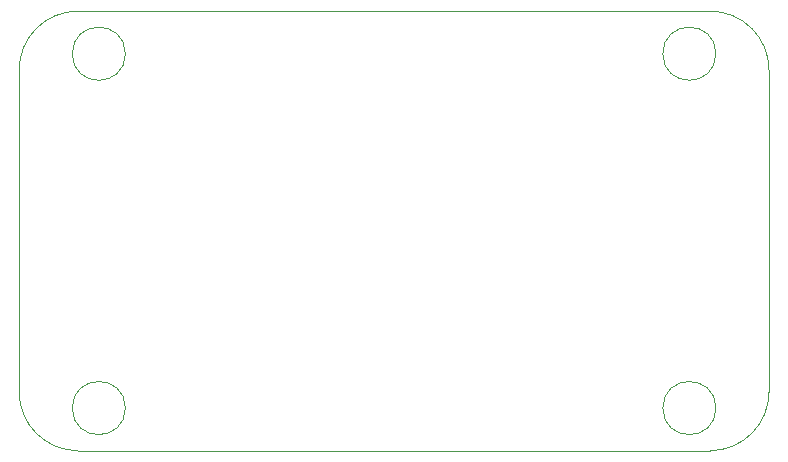
<source format=gm1>
G04 #@! TF.GenerationSoftware,KiCad,Pcbnew,9.0.2*
G04 #@! TF.CreationDate,2025-11-18T17:29:14+08:00*
G04 #@! TF.ProjectId,swerve module,73776572-7665-4206-9d6f-64756c652e6b,rev?*
G04 #@! TF.SameCoordinates,Original*
G04 #@! TF.FileFunction,Profile,NP*
%FSLAX46Y46*%
G04 Gerber Fmt 4.6, Leading zero omitted, Abs format (unit mm)*
G04 Created by KiCad (PCBNEW 9.0.2) date 2025-11-18 17:29:14*
%MOMM*%
%LPD*%
G01*
G04 APERTURE LIST*
G04 #@! TA.AperFunction,Profile*
%ADD10C,0.050000*%
G04 #@! TD*
G04 APERTURE END LIST*
D10*
X129750000Y-74610000D02*
X76250000Y-74610000D01*
X76250000Y-74610000D02*
G75*
G02*
X71250000Y-69610000I0J5000000D01*
G01*
X71250000Y-42390000D02*
G75*
G02*
X76250000Y-37390000I5000000J0D01*
G01*
X134750000Y-42390000D02*
X134750000Y-69610000D01*
X130250000Y-41000000D02*
G75*
G02*
X125750000Y-41000000I-2250000J0D01*
G01*
X125750000Y-41000000D02*
G75*
G02*
X130250000Y-41000000I2250000J0D01*
G01*
X71250000Y-69610000D02*
X71250000Y-42390000D01*
X129750000Y-37390000D02*
G75*
G02*
X134750000Y-42390000I0J-5000000D01*
G01*
X80250000Y-41000000D02*
G75*
G02*
X75750000Y-41000000I-2250000J0D01*
G01*
X75750000Y-41000000D02*
G75*
G02*
X80250000Y-41000000I2250000J0D01*
G01*
X80250000Y-71000000D02*
G75*
G02*
X75750000Y-71000000I-2250000J0D01*
G01*
X75750000Y-71000000D02*
G75*
G02*
X80250000Y-71000000I2250000J0D01*
G01*
X130250000Y-71000000D02*
G75*
G02*
X125750000Y-71000000I-2250000J0D01*
G01*
X125750000Y-71000000D02*
G75*
G02*
X130250000Y-71000000I2250000J0D01*
G01*
X76250000Y-37390000D02*
X129750000Y-37390000D01*
X134750000Y-69610000D02*
G75*
G02*
X129750000Y-74610000I-5000000J0D01*
G01*
M02*

</source>
